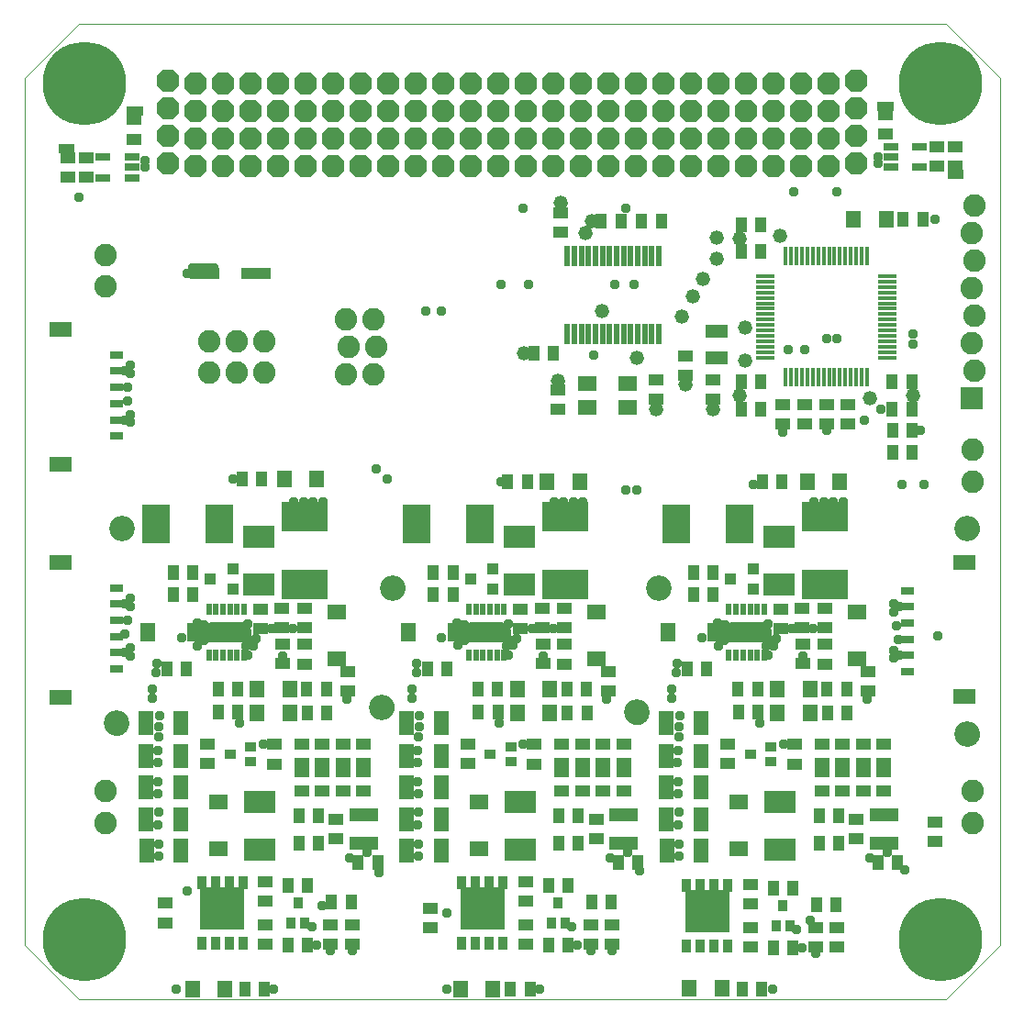
<source format=gts>
G75*
%MOIN*%
%OFA0B0*%
%FSLAX25Y25*%
%IPPOS*%
%LPD*%
%AMOC8*
5,1,8,0,0,1.08239X$1,22.5*
%
%ADD10OC8,0.08200*%
%ADD11C,0.00000*%
%ADD12C,0.30328*%
%ADD13R,0.05524X0.03950*%
%ADD14R,0.03950X0.05524*%
%ADD15R,0.03556X0.04343*%
%ADD16R,0.03202X0.04816*%
%ADD17R,0.16194X0.15800*%
%ADD18R,0.05524X0.08674*%
%ADD19R,0.16548X0.10643*%
%ADD20R,0.04343X0.03950*%
%ADD21R,0.05524X0.06312*%
%ADD22R,0.04343X0.03556*%
%ADD23R,0.11430X0.07887*%
%ADD24R,0.10300X0.14300*%
%ADD25R,0.05800X0.06587*%
%ADD26R,0.06587X0.05800*%
%ADD27R,0.12001X0.07300*%
%ADD28R,0.02454X0.04300*%
%ADD29R,0.02572X0.04737*%
%ADD30R,0.04737X0.03162*%
%ADD31R,0.07887X0.05721*%
%ADD32R,0.01784X0.06902*%
%ADD33R,0.06902X0.01784*%
%ADD34R,0.02375X0.07690*%
%ADD35R,0.07887X0.04737*%
%ADD36C,0.05200*%
%ADD37R,0.07099X0.05721*%
%ADD38R,0.04737X0.01784*%
%ADD39R,0.01784X0.04737*%
%ADD40C,0.09265*%
%ADD41C,0.08200*%
%ADD42R,0.08200X0.08200*%
%ADD43R,0.05524X0.03162*%
%ADD44R,0.11036X0.03950*%
%ADD45C,0.03778*%
%ADD46R,0.03778X0.03778*%
D10*
X0077787Y0321425D03*
X0077787Y0331425D03*
X0077787Y0341425D03*
X0077787Y0351425D03*
X0087787Y0350425D03*
X0087787Y0340425D03*
X0097787Y0340425D03*
X0097787Y0350425D03*
X0107787Y0350425D03*
X0107787Y0340425D03*
X0117787Y0340425D03*
X0117787Y0350425D03*
X0127787Y0350425D03*
X0127787Y0340425D03*
X0137787Y0340425D03*
X0137787Y0350425D03*
X0147787Y0350425D03*
X0147787Y0340425D03*
X0147787Y0330425D03*
X0147787Y0320425D03*
X0137787Y0320425D03*
X0127787Y0320425D03*
X0127787Y0330425D03*
X0137787Y0330425D03*
X0117787Y0330425D03*
X0107787Y0330425D03*
X0107787Y0320425D03*
X0117787Y0320425D03*
X0097787Y0320425D03*
X0087787Y0320425D03*
X0087787Y0330425D03*
X0097787Y0330425D03*
X0157787Y0330425D03*
X0157787Y0320425D03*
X0167787Y0320425D03*
X0167787Y0330425D03*
X0167787Y0340425D03*
X0157787Y0340425D03*
X0157787Y0350425D03*
X0167787Y0350425D03*
X0177787Y0350425D03*
X0177787Y0340425D03*
X0187787Y0340425D03*
X0187787Y0350425D03*
X0197787Y0350425D03*
X0197787Y0340425D03*
X0207787Y0340425D03*
X0207787Y0350425D03*
X0217787Y0350425D03*
X0217787Y0340425D03*
X0227787Y0340425D03*
X0227787Y0350425D03*
X0237787Y0350425D03*
X0237787Y0340425D03*
X0247787Y0340425D03*
X0247787Y0350425D03*
X0257787Y0350425D03*
X0257787Y0340425D03*
X0257787Y0330425D03*
X0257787Y0320425D03*
X0247787Y0320425D03*
X0237787Y0320425D03*
X0237787Y0330425D03*
X0247787Y0330425D03*
X0227787Y0330425D03*
X0217787Y0330425D03*
X0217787Y0320425D03*
X0227787Y0320425D03*
X0207787Y0320425D03*
X0197787Y0320425D03*
X0197787Y0330425D03*
X0207787Y0330425D03*
X0187787Y0330425D03*
X0177787Y0330425D03*
X0177787Y0320425D03*
X0187787Y0320425D03*
X0267787Y0320425D03*
X0267787Y0330425D03*
X0277787Y0330425D03*
X0277787Y0320425D03*
X0287787Y0320425D03*
X0287787Y0330425D03*
X0297787Y0330425D03*
X0297787Y0320425D03*
X0307787Y0320425D03*
X0307787Y0330425D03*
X0317787Y0330425D03*
X0317787Y0320425D03*
X0327787Y0321425D03*
X0327787Y0331425D03*
X0327787Y0341425D03*
X0327787Y0351425D03*
X0317787Y0350425D03*
X0307787Y0350425D03*
X0307787Y0340425D03*
X0317787Y0340425D03*
X0297787Y0340425D03*
X0287787Y0340425D03*
X0287787Y0350425D03*
X0297787Y0350425D03*
X0277787Y0350425D03*
X0267787Y0350425D03*
X0267787Y0340425D03*
X0277787Y0340425D03*
D11*
X0025622Y0352394D02*
X0025622Y0037433D01*
X0045307Y0017748D01*
X0360268Y0017748D01*
X0379953Y0037433D01*
X0379953Y0352394D01*
X0360268Y0372079D01*
X0045307Y0372079D01*
X0025622Y0352394D01*
X0056823Y0189008D02*
X0056825Y0189138D01*
X0056831Y0189267D01*
X0056841Y0189397D01*
X0056855Y0189526D01*
X0056873Y0189654D01*
X0056894Y0189782D01*
X0056920Y0189909D01*
X0056950Y0190035D01*
X0056983Y0190161D01*
X0057020Y0190285D01*
X0057061Y0190408D01*
X0057106Y0190530D01*
X0057155Y0190650D01*
X0057207Y0190769D01*
X0057262Y0190886D01*
X0057322Y0191001D01*
X0057385Y0191115D01*
X0057451Y0191226D01*
X0057521Y0191336D01*
X0057594Y0191443D01*
X0057670Y0191548D01*
X0057749Y0191650D01*
X0057832Y0191750D01*
X0057917Y0191848D01*
X0058006Y0191943D01*
X0058097Y0192035D01*
X0058191Y0192124D01*
X0058288Y0192210D01*
X0058388Y0192293D01*
X0058489Y0192374D01*
X0058594Y0192451D01*
X0058700Y0192525D01*
X0058809Y0192595D01*
X0058920Y0192662D01*
X0059033Y0192726D01*
X0059148Y0192786D01*
X0059265Y0192843D01*
X0059383Y0192896D01*
X0059503Y0192945D01*
X0059625Y0192991D01*
X0059747Y0193033D01*
X0059871Y0193071D01*
X0059996Y0193105D01*
X0060122Y0193136D01*
X0060249Y0193163D01*
X0060377Y0193185D01*
X0060505Y0193204D01*
X0060634Y0193219D01*
X0060763Y0193230D01*
X0060893Y0193237D01*
X0061023Y0193240D01*
X0061152Y0193239D01*
X0061282Y0193234D01*
X0061411Y0193225D01*
X0061540Y0193212D01*
X0061669Y0193195D01*
X0061797Y0193174D01*
X0061924Y0193150D01*
X0062051Y0193121D01*
X0062176Y0193089D01*
X0062301Y0193052D01*
X0062424Y0193012D01*
X0062546Y0192969D01*
X0062667Y0192921D01*
X0062786Y0192870D01*
X0062904Y0192815D01*
X0063019Y0192756D01*
X0063133Y0192694D01*
X0063245Y0192629D01*
X0063355Y0192560D01*
X0063463Y0192488D01*
X0063569Y0192413D01*
X0063672Y0192334D01*
X0063773Y0192252D01*
X0063871Y0192167D01*
X0063966Y0192080D01*
X0064059Y0191989D01*
X0064149Y0191896D01*
X0064236Y0191799D01*
X0064320Y0191701D01*
X0064401Y0191599D01*
X0064479Y0191496D01*
X0064553Y0191389D01*
X0064625Y0191281D01*
X0064693Y0191171D01*
X0064757Y0191058D01*
X0064818Y0190944D01*
X0064876Y0190827D01*
X0064930Y0190710D01*
X0064980Y0190590D01*
X0065027Y0190469D01*
X0065070Y0190347D01*
X0065109Y0190223D01*
X0065144Y0190098D01*
X0065176Y0189972D01*
X0065203Y0189846D01*
X0065227Y0189718D01*
X0065247Y0189590D01*
X0065263Y0189461D01*
X0065275Y0189332D01*
X0065283Y0189202D01*
X0065287Y0189073D01*
X0065287Y0188943D01*
X0065283Y0188814D01*
X0065275Y0188684D01*
X0065263Y0188555D01*
X0065247Y0188426D01*
X0065227Y0188298D01*
X0065203Y0188170D01*
X0065176Y0188044D01*
X0065144Y0187918D01*
X0065109Y0187793D01*
X0065070Y0187669D01*
X0065027Y0187547D01*
X0064980Y0187426D01*
X0064930Y0187306D01*
X0064876Y0187189D01*
X0064818Y0187072D01*
X0064757Y0186958D01*
X0064693Y0186845D01*
X0064625Y0186735D01*
X0064553Y0186627D01*
X0064479Y0186520D01*
X0064401Y0186417D01*
X0064320Y0186315D01*
X0064236Y0186217D01*
X0064149Y0186120D01*
X0064059Y0186027D01*
X0063966Y0185936D01*
X0063871Y0185849D01*
X0063773Y0185764D01*
X0063672Y0185682D01*
X0063569Y0185603D01*
X0063463Y0185528D01*
X0063355Y0185456D01*
X0063245Y0185387D01*
X0063133Y0185322D01*
X0063019Y0185260D01*
X0062904Y0185201D01*
X0062786Y0185146D01*
X0062667Y0185095D01*
X0062546Y0185047D01*
X0062424Y0185004D01*
X0062301Y0184964D01*
X0062176Y0184927D01*
X0062051Y0184895D01*
X0061924Y0184866D01*
X0061797Y0184842D01*
X0061669Y0184821D01*
X0061540Y0184804D01*
X0061411Y0184791D01*
X0061282Y0184782D01*
X0061152Y0184777D01*
X0061023Y0184776D01*
X0060893Y0184779D01*
X0060763Y0184786D01*
X0060634Y0184797D01*
X0060505Y0184812D01*
X0060377Y0184831D01*
X0060249Y0184853D01*
X0060122Y0184880D01*
X0059996Y0184911D01*
X0059871Y0184945D01*
X0059747Y0184983D01*
X0059625Y0185025D01*
X0059503Y0185071D01*
X0059383Y0185120D01*
X0059265Y0185173D01*
X0059148Y0185230D01*
X0059033Y0185290D01*
X0058920Y0185354D01*
X0058809Y0185421D01*
X0058700Y0185491D01*
X0058594Y0185565D01*
X0058489Y0185642D01*
X0058388Y0185723D01*
X0058288Y0185806D01*
X0058191Y0185892D01*
X0058097Y0185981D01*
X0058006Y0186073D01*
X0057917Y0186168D01*
X0057832Y0186266D01*
X0057749Y0186366D01*
X0057670Y0186468D01*
X0057594Y0186573D01*
X0057521Y0186680D01*
X0057451Y0186790D01*
X0057385Y0186901D01*
X0057322Y0187015D01*
X0057262Y0187130D01*
X0057207Y0187247D01*
X0057155Y0187366D01*
X0057106Y0187486D01*
X0057061Y0187608D01*
X0057020Y0187731D01*
X0056983Y0187855D01*
X0056950Y0187981D01*
X0056920Y0188107D01*
X0056894Y0188234D01*
X0056873Y0188362D01*
X0056855Y0188490D01*
X0056841Y0188619D01*
X0056831Y0188749D01*
X0056825Y0188878D01*
X0056823Y0189008D01*
X0054855Y0118142D02*
X0054857Y0118272D01*
X0054863Y0118401D01*
X0054873Y0118531D01*
X0054887Y0118660D01*
X0054905Y0118788D01*
X0054926Y0118916D01*
X0054952Y0119043D01*
X0054982Y0119169D01*
X0055015Y0119295D01*
X0055052Y0119419D01*
X0055093Y0119542D01*
X0055138Y0119664D01*
X0055187Y0119784D01*
X0055239Y0119903D01*
X0055294Y0120020D01*
X0055354Y0120135D01*
X0055417Y0120249D01*
X0055483Y0120360D01*
X0055553Y0120470D01*
X0055626Y0120577D01*
X0055702Y0120682D01*
X0055781Y0120784D01*
X0055864Y0120884D01*
X0055949Y0120982D01*
X0056038Y0121077D01*
X0056129Y0121169D01*
X0056223Y0121258D01*
X0056320Y0121344D01*
X0056420Y0121427D01*
X0056521Y0121508D01*
X0056626Y0121585D01*
X0056732Y0121659D01*
X0056841Y0121729D01*
X0056952Y0121796D01*
X0057065Y0121860D01*
X0057180Y0121920D01*
X0057297Y0121977D01*
X0057415Y0122030D01*
X0057535Y0122079D01*
X0057657Y0122125D01*
X0057779Y0122167D01*
X0057903Y0122205D01*
X0058028Y0122239D01*
X0058154Y0122270D01*
X0058281Y0122297D01*
X0058409Y0122319D01*
X0058537Y0122338D01*
X0058666Y0122353D01*
X0058795Y0122364D01*
X0058925Y0122371D01*
X0059055Y0122374D01*
X0059184Y0122373D01*
X0059314Y0122368D01*
X0059443Y0122359D01*
X0059572Y0122346D01*
X0059701Y0122329D01*
X0059829Y0122308D01*
X0059956Y0122284D01*
X0060083Y0122255D01*
X0060208Y0122223D01*
X0060333Y0122186D01*
X0060456Y0122146D01*
X0060578Y0122103D01*
X0060699Y0122055D01*
X0060818Y0122004D01*
X0060936Y0121949D01*
X0061051Y0121890D01*
X0061165Y0121828D01*
X0061277Y0121763D01*
X0061387Y0121694D01*
X0061495Y0121622D01*
X0061601Y0121547D01*
X0061704Y0121468D01*
X0061805Y0121386D01*
X0061903Y0121301D01*
X0061998Y0121214D01*
X0062091Y0121123D01*
X0062181Y0121030D01*
X0062268Y0120933D01*
X0062352Y0120835D01*
X0062433Y0120733D01*
X0062511Y0120630D01*
X0062585Y0120523D01*
X0062657Y0120415D01*
X0062725Y0120305D01*
X0062789Y0120192D01*
X0062850Y0120078D01*
X0062908Y0119961D01*
X0062962Y0119844D01*
X0063012Y0119724D01*
X0063059Y0119603D01*
X0063102Y0119481D01*
X0063141Y0119357D01*
X0063176Y0119232D01*
X0063208Y0119106D01*
X0063235Y0118980D01*
X0063259Y0118852D01*
X0063279Y0118724D01*
X0063295Y0118595D01*
X0063307Y0118466D01*
X0063315Y0118336D01*
X0063319Y0118207D01*
X0063319Y0118077D01*
X0063315Y0117948D01*
X0063307Y0117818D01*
X0063295Y0117689D01*
X0063279Y0117560D01*
X0063259Y0117432D01*
X0063235Y0117304D01*
X0063208Y0117178D01*
X0063176Y0117052D01*
X0063141Y0116927D01*
X0063102Y0116803D01*
X0063059Y0116681D01*
X0063012Y0116560D01*
X0062962Y0116440D01*
X0062908Y0116323D01*
X0062850Y0116206D01*
X0062789Y0116092D01*
X0062725Y0115979D01*
X0062657Y0115869D01*
X0062585Y0115761D01*
X0062511Y0115654D01*
X0062433Y0115551D01*
X0062352Y0115449D01*
X0062268Y0115351D01*
X0062181Y0115254D01*
X0062091Y0115161D01*
X0061998Y0115070D01*
X0061903Y0114983D01*
X0061805Y0114898D01*
X0061704Y0114816D01*
X0061601Y0114737D01*
X0061495Y0114662D01*
X0061387Y0114590D01*
X0061277Y0114521D01*
X0061165Y0114456D01*
X0061051Y0114394D01*
X0060936Y0114335D01*
X0060818Y0114280D01*
X0060699Y0114229D01*
X0060578Y0114181D01*
X0060456Y0114138D01*
X0060333Y0114098D01*
X0060208Y0114061D01*
X0060083Y0114029D01*
X0059956Y0114000D01*
X0059829Y0113976D01*
X0059701Y0113955D01*
X0059572Y0113938D01*
X0059443Y0113925D01*
X0059314Y0113916D01*
X0059184Y0113911D01*
X0059055Y0113910D01*
X0058925Y0113913D01*
X0058795Y0113920D01*
X0058666Y0113931D01*
X0058537Y0113946D01*
X0058409Y0113965D01*
X0058281Y0113987D01*
X0058154Y0114014D01*
X0058028Y0114045D01*
X0057903Y0114079D01*
X0057779Y0114117D01*
X0057657Y0114159D01*
X0057535Y0114205D01*
X0057415Y0114254D01*
X0057297Y0114307D01*
X0057180Y0114364D01*
X0057065Y0114424D01*
X0056952Y0114488D01*
X0056841Y0114555D01*
X0056732Y0114625D01*
X0056626Y0114699D01*
X0056521Y0114776D01*
X0056420Y0114857D01*
X0056320Y0114940D01*
X0056223Y0115026D01*
X0056129Y0115115D01*
X0056038Y0115207D01*
X0055949Y0115302D01*
X0055864Y0115400D01*
X0055781Y0115500D01*
X0055702Y0115602D01*
X0055626Y0115707D01*
X0055553Y0115814D01*
X0055483Y0115924D01*
X0055417Y0116035D01*
X0055354Y0116149D01*
X0055294Y0116264D01*
X0055239Y0116381D01*
X0055187Y0116500D01*
X0055138Y0116620D01*
X0055093Y0116742D01*
X0055052Y0116865D01*
X0055015Y0116989D01*
X0054982Y0117115D01*
X0054952Y0117241D01*
X0054926Y0117368D01*
X0054905Y0117496D01*
X0054887Y0117624D01*
X0054873Y0117753D01*
X0054863Y0117883D01*
X0054857Y0118012D01*
X0054855Y0118142D01*
X0151311Y0124047D02*
X0151313Y0124177D01*
X0151319Y0124306D01*
X0151329Y0124436D01*
X0151343Y0124565D01*
X0151361Y0124693D01*
X0151382Y0124821D01*
X0151408Y0124948D01*
X0151438Y0125074D01*
X0151471Y0125200D01*
X0151508Y0125324D01*
X0151549Y0125447D01*
X0151594Y0125569D01*
X0151643Y0125689D01*
X0151695Y0125808D01*
X0151750Y0125925D01*
X0151810Y0126040D01*
X0151873Y0126154D01*
X0151939Y0126265D01*
X0152009Y0126375D01*
X0152082Y0126482D01*
X0152158Y0126587D01*
X0152237Y0126689D01*
X0152320Y0126789D01*
X0152405Y0126887D01*
X0152494Y0126982D01*
X0152585Y0127074D01*
X0152679Y0127163D01*
X0152776Y0127249D01*
X0152876Y0127332D01*
X0152977Y0127413D01*
X0153082Y0127490D01*
X0153188Y0127564D01*
X0153297Y0127634D01*
X0153408Y0127701D01*
X0153521Y0127765D01*
X0153636Y0127825D01*
X0153753Y0127882D01*
X0153871Y0127935D01*
X0153991Y0127984D01*
X0154113Y0128030D01*
X0154235Y0128072D01*
X0154359Y0128110D01*
X0154484Y0128144D01*
X0154610Y0128175D01*
X0154737Y0128202D01*
X0154865Y0128224D01*
X0154993Y0128243D01*
X0155122Y0128258D01*
X0155251Y0128269D01*
X0155381Y0128276D01*
X0155511Y0128279D01*
X0155640Y0128278D01*
X0155770Y0128273D01*
X0155899Y0128264D01*
X0156028Y0128251D01*
X0156157Y0128234D01*
X0156285Y0128213D01*
X0156412Y0128189D01*
X0156539Y0128160D01*
X0156664Y0128128D01*
X0156789Y0128091D01*
X0156912Y0128051D01*
X0157034Y0128008D01*
X0157155Y0127960D01*
X0157274Y0127909D01*
X0157392Y0127854D01*
X0157507Y0127795D01*
X0157621Y0127733D01*
X0157733Y0127668D01*
X0157843Y0127599D01*
X0157951Y0127527D01*
X0158057Y0127452D01*
X0158160Y0127373D01*
X0158261Y0127291D01*
X0158359Y0127206D01*
X0158454Y0127119D01*
X0158547Y0127028D01*
X0158637Y0126935D01*
X0158724Y0126838D01*
X0158808Y0126740D01*
X0158889Y0126638D01*
X0158967Y0126535D01*
X0159041Y0126428D01*
X0159113Y0126320D01*
X0159181Y0126210D01*
X0159245Y0126097D01*
X0159306Y0125983D01*
X0159364Y0125866D01*
X0159418Y0125749D01*
X0159468Y0125629D01*
X0159515Y0125508D01*
X0159558Y0125386D01*
X0159597Y0125262D01*
X0159632Y0125137D01*
X0159664Y0125011D01*
X0159691Y0124885D01*
X0159715Y0124757D01*
X0159735Y0124629D01*
X0159751Y0124500D01*
X0159763Y0124371D01*
X0159771Y0124241D01*
X0159775Y0124112D01*
X0159775Y0123982D01*
X0159771Y0123853D01*
X0159763Y0123723D01*
X0159751Y0123594D01*
X0159735Y0123465D01*
X0159715Y0123337D01*
X0159691Y0123209D01*
X0159664Y0123083D01*
X0159632Y0122957D01*
X0159597Y0122832D01*
X0159558Y0122708D01*
X0159515Y0122586D01*
X0159468Y0122465D01*
X0159418Y0122345D01*
X0159364Y0122228D01*
X0159306Y0122111D01*
X0159245Y0121997D01*
X0159181Y0121884D01*
X0159113Y0121774D01*
X0159041Y0121666D01*
X0158967Y0121559D01*
X0158889Y0121456D01*
X0158808Y0121354D01*
X0158724Y0121256D01*
X0158637Y0121159D01*
X0158547Y0121066D01*
X0158454Y0120975D01*
X0158359Y0120888D01*
X0158261Y0120803D01*
X0158160Y0120721D01*
X0158057Y0120642D01*
X0157951Y0120567D01*
X0157843Y0120495D01*
X0157733Y0120426D01*
X0157621Y0120361D01*
X0157507Y0120299D01*
X0157392Y0120240D01*
X0157274Y0120185D01*
X0157155Y0120134D01*
X0157034Y0120086D01*
X0156912Y0120043D01*
X0156789Y0120003D01*
X0156664Y0119966D01*
X0156539Y0119934D01*
X0156412Y0119905D01*
X0156285Y0119881D01*
X0156157Y0119860D01*
X0156028Y0119843D01*
X0155899Y0119830D01*
X0155770Y0119821D01*
X0155640Y0119816D01*
X0155511Y0119815D01*
X0155381Y0119818D01*
X0155251Y0119825D01*
X0155122Y0119836D01*
X0154993Y0119851D01*
X0154865Y0119870D01*
X0154737Y0119892D01*
X0154610Y0119919D01*
X0154484Y0119950D01*
X0154359Y0119984D01*
X0154235Y0120022D01*
X0154113Y0120064D01*
X0153991Y0120110D01*
X0153871Y0120159D01*
X0153753Y0120212D01*
X0153636Y0120269D01*
X0153521Y0120329D01*
X0153408Y0120393D01*
X0153297Y0120460D01*
X0153188Y0120530D01*
X0153082Y0120604D01*
X0152977Y0120681D01*
X0152876Y0120762D01*
X0152776Y0120845D01*
X0152679Y0120931D01*
X0152585Y0121020D01*
X0152494Y0121112D01*
X0152405Y0121207D01*
X0152320Y0121305D01*
X0152237Y0121405D01*
X0152158Y0121507D01*
X0152082Y0121612D01*
X0152009Y0121719D01*
X0151939Y0121829D01*
X0151873Y0121940D01*
X0151810Y0122054D01*
X0151750Y0122169D01*
X0151695Y0122286D01*
X0151643Y0122405D01*
X0151594Y0122525D01*
X0151549Y0122647D01*
X0151508Y0122770D01*
X0151471Y0122894D01*
X0151438Y0123020D01*
X0151408Y0123146D01*
X0151382Y0123273D01*
X0151361Y0123401D01*
X0151343Y0123529D01*
X0151329Y0123658D01*
X0151319Y0123788D01*
X0151313Y0123917D01*
X0151311Y0124047D01*
X0155248Y0167354D02*
X0155250Y0167484D01*
X0155256Y0167613D01*
X0155266Y0167743D01*
X0155280Y0167872D01*
X0155298Y0168000D01*
X0155319Y0168128D01*
X0155345Y0168255D01*
X0155375Y0168381D01*
X0155408Y0168507D01*
X0155445Y0168631D01*
X0155486Y0168754D01*
X0155531Y0168876D01*
X0155580Y0168996D01*
X0155632Y0169115D01*
X0155687Y0169232D01*
X0155747Y0169347D01*
X0155810Y0169461D01*
X0155876Y0169572D01*
X0155946Y0169682D01*
X0156019Y0169789D01*
X0156095Y0169894D01*
X0156174Y0169996D01*
X0156257Y0170096D01*
X0156342Y0170194D01*
X0156431Y0170289D01*
X0156522Y0170381D01*
X0156616Y0170470D01*
X0156713Y0170556D01*
X0156813Y0170639D01*
X0156914Y0170720D01*
X0157019Y0170797D01*
X0157125Y0170871D01*
X0157234Y0170941D01*
X0157345Y0171008D01*
X0157458Y0171072D01*
X0157573Y0171132D01*
X0157690Y0171189D01*
X0157808Y0171242D01*
X0157928Y0171291D01*
X0158050Y0171337D01*
X0158172Y0171379D01*
X0158296Y0171417D01*
X0158421Y0171451D01*
X0158547Y0171482D01*
X0158674Y0171509D01*
X0158802Y0171531D01*
X0158930Y0171550D01*
X0159059Y0171565D01*
X0159188Y0171576D01*
X0159318Y0171583D01*
X0159448Y0171586D01*
X0159577Y0171585D01*
X0159707Y0171580D01*
X0159836Y0171571D01*
X0159965Y0171558D01*
X0160094Y0171541D01*
X0160222Y0171520D01*
X0160349Y0171496D01*
X0160476Y0171467D01*
X0160601Y0171435D01*
X0160726Y0171398D01*
X0160849Y0171358D01*
X0160971Y0171315D01*
X0161092Y0171267D01*
X0161211Y0171216D01*
X0161329Y0171161D01*
X0161444Y0171102D01*
X0161558Y0171040D01*
X0161670Y0170975D01*
X0161780Y0170906D01*
X0161888Y0170834D01*
X0161994Y0170759D01*
X0162097Y0170680D01*
X0162198Y0170598D01*
X0162296Y0170513D01*
X0162391Y0170426D01*
X0162484Y0170335D01*
X0162574Y0170242D01*
X0162661Y0170145D01*
X0162745Y0170047D01*
X0162826Y0169945D01*
X0162904Y0169842D01*
X0162978Y0169735D01*
X0163050Y0169627D01*
X0163118Y0169517D01*
X0163182Y0169404D01*
X0163243Y0169290D01*
X0163301Y0169173D01*
X0163355Y0169056D01*
X0163405Y0168936D01*
X0163452Y0168815D01*
X0163495Y0168693D01*
X0163534Y0168569D01*
X0163569Y0168444D01*
X0163601Y0168318D01*
X0163628Y0168192D01*
X0163652Y0168064D01*
X0163672Y0167936D01*
X0163688Y0167807D01*
X0163700Y0167678D01*
X0163708Y0167548D01*
X0163712Y0167419D01*
X0163712Y0167289D01*
X0163708Y0167160D01*
X0163700Y0167030D01*
X0163688Y0166901D01*
X0163672Y0166772D01*
X0163652Y0166644D01*
X0163628Y0166516D01*
X0163601Y0166390D01*
X0163569Y0166264D01*
X0163534Y0166139D01*
X0163495Y0166015D01*
X0163452Y0165893D01*
X0163405Y0165772D01*
X0163355Y0165652D01*
X0163301Y0165535D01*
X0163243Y0165418D01*
X0163182Y0165304D01*
X0163118Y0165191D01*
X0163050Y0165081D01*
X0162978Y0164973D01*
X0162904Y0164866D01*
X0162826Y0164763D01*
X0162745Y0164661D01*
X0162661Y0164563D01*
X0162574Y0164466D01*
X0162484Y0164373D01*
X0162391Y0164282D01*
X0162296Y0164195D01*
X0162198Y0164110D01*
X0162097Y0164028D01*
X0161994Y0163949D01*
X0161888Y0163874D01*
X0161780Y0163802D01*
X0161670Y0163733D01*
X0161558Y0163668D01*
X0161444Y0163606D01*
X0161329Y0163547D01*
X0161211Y0163492D01*
X0161092Y0163441D01*
X0160971Y0163393D01*
X0160849Y0163350D01*
X0160726Y0163310D01*
X0160601Y0163273D01*
X0160476Y0163241D01*
X0160349Y0163212D01*
X0160222Y0163188D01*
X0160094Y0163167D01*
X0159965Y0163150D01*
X0159836Y0163137D01*
X0159707Y0163128D01*
X0159577Y0163123D01*
X0159448Y0163122D01*
X0159318Y0163125D01*
X0159188Y0163132D01*
X0159059Y0163143D01*
X0158930Y0163158D01*
X0158802Y0163177D01*
X0158674Y0163199D01*
X0158547Y0163226D01*
X0158421Y0163257D01*
X0158296Y0163291D01*
X0158172Y0163329D01*
X0158050Y0163371D01*
X0157928Y0163417D01*
X0157808Y0163466D01*
X0157690Y0163519D01*
X0157573Y0163576D01*
X0157458Y0163636D01*
X0157345Y0163700D01*
X0157234Y0163767D01*
X0157125Y0163837D01*
X0157019Y0163911D01*
X0156914Y0163988D01*
X0156813Y0164069D01*
X0156713Y0164152D01*
X0156616Y0164238D01*
X0156522Y0164327D01*
X0156431Y0164419D01*
X0156342Y0164514D01*
X0156257Y0164612D01*
X0156174Y0164712D01*
X0156095Y0164814D01*
X0156019Y0164919D01*
X0155946Y0165026D01*
X0155876Y0165136D01*
X0155810Y0165247D01*
X0155747Y0165361D01*
X0155687Y0165476D01*
X0155632Y0165593D01*
X0155580Y0165712D01*
X0155531Y0165832D01*
X0155486Y0165954D01*
X0155445Y0166077D01*
X0155408Y0166201D01*
X0155375Y0166327D01*
X0155345Y0166453D01*
X0155319Y0166580D01*
X0155298Y0166708D01*
X0155280Y0166836D01*
X0155266Y0166965D01*
X0155256Y0167095D01*
X0155250Y0167224D01*
X0155248Y0167354D01*
X0243831Y0122079D02*
X0243833Y0122209D01*
X0243839Y0122338D01*
X0243849Y0122468D01*
X0243863Y0122597D01*
X0243881Y0122725D01*
X0243902Y0122853D01*
X0243928Y0122980D01*
X0243958Y0123106D01*
X0243991Y0123232D01*
X0244028Y0123356D01*
X0244069Y0123479D01*
X0244114Y0123601D01*
X0244163Y0123721D01*
X0244215Y0123840D01*
X0244270Y0123957D01*
X0244330Y0124072D01*
X0244393Y0124186D01*
X0244459Y0124297D01*
X0244529Y0124407D01*
X0244602Y0124514D01*
X0244678Y0124619D01*
X0244757Y0124721D01*
X0244840Y0124821D01*
X0244925Y0124919D01*
X0245014Y0125014D01*
X0245105Y0125106D01*
X0245199Y0125195D01*
X0245296Y0125281D01*
X0245396Y0125364D01*
X0245497Y0125445D01*
X0245602Y0125522D01*
X0245708Y0125596D01*
X0245817Y0125666D01*
X0245928Y0125733D01*
X0246041Y0125797D01*
X0246156Y0125857D01*
X0246273Y0125914D01*
X0246391Y0125967D01*
X0246511Y0126016D01*
X0246633Y0126062D01*
X0246755Y0126104D01*
X0246879Y0126142D01*
X0247004Y0126176D01*
X0247130Y0126207D01*
X0247257Y0126234D01*
X0247385Y0126256D01*
X0247513Y0126275D01*
X0247642Y0126290D01*
X0247771Y0126301D01*
X0247901Y0126308D01*
X0248031Y0126311D01*
X0248160Y0126310D01*
X0248290Y0126305D01*
X0248419Y0126296D01*
X0248548Y0126283D01*
X0248677Y0126266D01*
X0248805Y0126245D01*
X0248932Y0126221D01*
X0249059Y0126192D01*
X0249184Y0126160D01*
X0249309Y0126123D01*
X0249432Y0126083D01*
X0249554Y0126040D01*
X0249675Y0125992D01*
X0249794Y0125941D01*
X0249912Y0125886D01*
X0250027Y0125827D01*
X0250141Y0125765D01*
X0250253Y0125700D01*
X0250363Y0125631D01*
X0250471Y0125559D01*
X0250577Y0125484D01*
X0250680Y0125405D01*
X0250781Y0125323D01*
X0250879Y0125238D01*
X0250974Y0125151D01*
X0251067Y0125060D01*
X0251157Y0124967D01*
X0251244Y0124870D01*
X0251328Y0124772D01*
X0251409Y0124670D01*
X0251487Y0124567D01*
X0251561Y0124460D01*
X0251633Y0124352D01*
X0251701Y0124242D01*
X0251765Y0124129D01*
X0251826Y0124015D01*
X0251884Y0123898D01*
X0251938Y0123781D01*
X0251988Y0123661D01*
X0252035Y0123540D01*
X0252078Y0123418D01*
X0252117Y0123294D01*
X0252152Y0123169D01*
X0252184Y0123043D01*
X0252211Y0122917D01*
X0252235Y0122789D01*
X0252255Y0122661D01*
X0252271Y0122532D01*
X0252283Y0122403D01*
X0252291Y0122273D01*
X0252295Y0122144D01*
X0252295Y0122014D01*
X0252291Y0121885D01*
X0252283Y0121755D01*
X0252271Y0121626D01*
X0252255Y0121497D01*
X0252235Y0121369D01*
X0252211Y0121241D01*
X0252184Y0121115D01*
X0252152Y0120989D01*
X0252117Y0120864D01*
X0252078Y0120740D01*
X0252035Y0120618D01*
X0251988Y0120497D01*
X0251938Y0120377D01*
X0251884Y0120260D01*
X0251826Y0120143D01*
X0251765Y0120029D01*
X0251701Y0119916D01*
X0251633Y0119806D01*
X0251561Y0119698D01*
X0251487Y0119591D01*
X0251409Y0119488D01*
X0251328Y0119386D01*
X0251244Y0119288D01*
X0251157Y0119191D01*
X0251067Y0119098D01*
X0250974Y0119007D01*
X0250879Y0118920D01*
X0250781Y0118835D01*
X0250680Y0118753D01*
X0250577Y0118674D01*
X0250471Y0118599D01*
X0250363Y0118527D01*
X0250253Y0118458D01*
X0250141Y0118393D01*
X0250027Y0118331D01*
X0249912Y0118272D01*
X0249794Y0118217D01*
X0249675Y0118166D01*
X0249554Y0118118D01*
X0249432Y0118075D01*
X0249309Y0118035D01*
X0249184Y0117998D01*
X0249059Y0117966D01*
X0248932Y0117937D01*
X0248805Y0117913D01*
X0248677Y0117892D01*
X0248548Y0117875D01*
X0248419Y0117862D01*
X0248290Y0117853D01*
X0248160Y0117848D01*
X0248031Y0117847D01*
X0247901Y0117850D01*
X0247771Y0117857D01*
X0247642Y0117868D01*
X0247513Y0117883D01*
X0247385Y0117902D01*
X0247257Y0117924D01*
X0247130Y0117951D01*
X0247004Y0117982D01*
X0246879Y0118016D01*
X0246755Y0118054D01*
X0246633Y0118096D01*
X0246511Y0118142D01*
X0246391Y0118191D01*
X0246273Y0118244D01*
X0246156Y0118301D01*
X0246041Y0118361D01*
X0245928Y0118425D01*
X0245817Y0118492D01*
X0245708Y0118562D01*
X0245602Y0118636D01*
X0245497Y0118713D01*
X0245396Y0118794D01*
X0245296Y0118877D01*
X0245199Y0118963D01*
X0245105Y0119052D01*
X0245014Y0119144D01*
X0244925Y0119239D01*
X0244840Y0119337D01*
X0244757Y0119437D01*
X0244678Y0119539D01*
X0244602Y0119644D01*
X0244529Y0119751D01*
X0244459Y0119861D01*
X0244393Y0119972D01*
X0244330Y0120086D01*
X0244270Y0120201D01*
X0244215Y0120318D01*
X0244163Y0120437D01*
X0244114Y0120557D01*
X0244069Y0120679D01*
X0244028Y0120802D01*
X0243991Y0120926D01*
X0243958Y0121052D01*
X0243928Y0121178D01*
X0243902Y0121305D01*
X0243881Y0121433D01*
X0243863Y0121561D01*
X0243849Y0121690D01*
X0243839Y0121820D01*
X0243833Y0121949D01*
X0243831Y0122079D01*
X0251705Y0167354D02*
X0251707Y0167484D01*
X0251713Y0167613D01*
X0251723Y0167743D01*
X0251737Y0167872D01*
X0251755Y0168000D01*
X0251776Y0168128D01*
X0251802Y0168255D01*
X0251832Y0168381D01*
X0251865Y0168507D01*
X0251902Y0168631D01*
X0251943Y0168754D01*
X0251988Y0168876D01*
X0252037Y0168996D01*
X0252089Y0169115D01*
X0252144Y0169232D01*
X0252204Y0169347D01*
X0252267Y0169461D01*
X0252333Y0169572D01*
X0252403Y0169682D01*
X0252476Y0169789D01*
X0252552Y0169894D01*
X0252631Y0169996D01*
X0252714Y0170096D01*
X0252799Y0170194D01*
X0252888Y0170289D01*
X0252979Y0170381D01*
X0253073Y0170470D01*
X0253170Y0170556D01*
X0253270Y0170639D01*
X0253371Y0170720D01*
X0253476Y0170797D01*
X0253582Y0170871D01*
X0253691Y0170941D01*
X0253802Y0171008D01*
X0253915Y0171072D01*
X0254030Y0171132D01*
X0254147Y0171189D01*
X0254265Y0171242D01*
X0254385Y0171291D01*
X0254507Y0171337D01*
X0254629Y0171379D01*
X0254753Y0171417D01*
X0254878Y0171451D01*
X0255004Y0171482D01*
X0255131Y0171509D01*
X0255259Y0171531D01*
X0255387Y0171550D01*
X0255516Y0171565D01*
X0255645Y0171576D01*
X0255775Y0171583D01*
X0255905Y0171586D01*
X0256034Y0171585D01*
X0256164Y0171580D01*
X0256293Y0171571D01*
X0256422Y0171558D01*
X0256551Y0171541D01*
X0256679Y0171520D01*
X0256806Y0171496D01*
X0256933Y0171467D01*
X0257058Y0171435D01*
X0257183Y0171398D01*
X0257306Y0171358D01*
X0257428Y0171315D01*
X0257549Y0171267D01*
X0257668Y0171216D01*
X0257786Y0171161D01*
X0257901Y0171102D01*
X0258015Y0171040D01*
X0258127Y0170975D01*
X0258237Y0170906D01*
X0258345Y0170834D01*
X0258451Y0170759D01*
X0258554Y0170680D01*
X0258655Y0170598D01*
X0258753Y0170513D01*
X0258848Y0170426D01*
X0258941Y0170335D01*
X0259031Y0170242D01*
X0259118Y0170145D01*
X0259202Y0170047D01*
X0259283Y0169945D01*
X0259361Y0169842D01*
X0259435Y0169735D01*
X0259507Y0169627D01*
X0259575Y0169517D01*
X0259639Y0169404D01*
X0259700Y0169290D01*
X0259758Y0169173D01*
X0259812Y0169056D01*
X0259862Y0168936D01*
X0259909Y0168815D01*
X0259952Y0168693D01*
X0259991Y0168569D01*
X0260026Y0168444D01*
X0260058Y0168318D01*
X0260085Y0168192D01*
X0260109Y0168064D01*
X0260129Y0167936D01*
X0260145Y0167807D01*
X0260157Y0167678D01*
X0260165Y0167548D01*
X0260169Y0167419D01*
X0260169Y0167289D01*
X0260165Y0167160D01*
X0260157Y0167030D01*
X0260145Y0166901D01*
X0260129Y0166772D01*
X0260109Y0166644D01*
X0260085Y0166516D01*
X0260058Y0166390D01*
X0260026Y0166264D01*
X0259991Y0166139D01*
X0259952Y0166015D01*
X0259909Y0165893D01*
X0259862Y0165772D01*
X0259812Y0165652D01*
X0259758Y0165535D01*
X0259700Y0165418D01*
X0259639Y0165304D01*
X0259575Y0165191D01*
X0259507Y0165081D01*
X0259435Y0164973D01*
X0259361Y0164866D01*
X0259283Y0164763D01*
X0259202Y0164661D01*
X0259118Y0164563D01*
X0259031Y0164466D01*
X0258941Y0164373D01*
X0258848Y0164282D01*
X0258753Y0164195D01*
X0258655Y0164110D01*
X0258554Y0164028D01*
X0258451Y0163949D01*
X0258345Y0163874D01*
X0258237Y0163802D01*
X0258127Y0163733D01*
X0258015Y0163668D01*
X0257901Y0163606D01*
X0257786Y0163547D01*
X0257668Y0163492D01*
X0257549Y0163441D01*
X0257428Y0163393D01*
X0257306Y0163350D01*
X0257183Y0163310D01*
X0257058Y0163273D01*
X0256933Y0163241D01*
X0256806Y0163212D01*
X0256679Y0163188D01*
X0256551Y0163167D01*
X0256422Y0163150D01*
X0256293Y0163137D01*
X0256164Y0163128D01*
X0256034Y0163123D01*
X0255905Y0163122D01*
X0255775Y0163125D01*
X0255645Y0163132D01*
X0255516Y0163143D01*
X0255387Y0163158D01*
X0255259Y0163177D01*
X0255131Y0163199D01*
X0255004Y0163226D01*
X0254878Y0163257D01*
X0254753Y0163291D01*
X0254629Y0163329D01*
X0254507Y0163371D01*
X0254385Y0163417D01*
X0254265Y0163466D01*
X0254147Y0163519D01*
X0254030Y0163576D01*
X0253915Y0163636D01*
X0253802Y0163700D01*
X0253691Y0163767D01*
X0253582Y0163837D01*
X0253476Y0163911D01*
X0253371Y0163988D01*
X0253270Y0164069D01*
X0253170Y0164152D01*
X0253073Y0164238D01*
X0252979Y0164327D01*
X0252888Y0164419D01*
X0252799Y0164514D01*
X0252714Y0164612D01*
X0252631Y0164712D01*
X0252552Y0164814D01*
X0252476Y0164919D01*
X0252403Y0165026D01*
X0252333Y0165136D01*
X0252267Y0165247D01*
X0252204Y0165361D01*
X0252144Y0165476D01*
X0252089Y0165593D01*
X0252037Y0165712D01*
X0251988Y0165832D01*
X0251943Y0165954D01*
X0251902Y0166077D01*
X0251865Y0166201D01*
X0251832Y0166327D01*
X0251802Y0166453D01*
X0251776Y0166580D01*
X0251755Y0166708D01*
X0251737Y0166836D01*
X0251723Y0166965D01*
X0251713Y0167095D01*
X0251707Y0167224D01*
X0251705Y0167354D01*
X0363910Y0189008D02*
X0363912Y0189138D01*
X0363918Y0189267D01*
X0363928Y0189397D01*
X0363942Y0189526D01*
X0363960Y0189654D01*
X0363981Y0189782D01*
X0364007Y0189909D01*
X0364037Y0190035D01*
X0364070Y0190161D01*
X0364107Y0190285D01*
X0364148Y0190408D01*
X0364193Y0190530D01*
X0364242Y0190650D01*
X0364294Y0190769D01*
X0364349Y0190886D01*
X0364409Y0191001D01*
X0364472Y0191115D01*
X0364538Y0191226D01*
X0364608Y0191336D01*
X0364681Y0191443D01*
X0364757Y0191548D01*
X0364836Y0191650D01*
X0364919Y0191750D01*
X0365004Y0191848D01*
X0365093Y0191943D01*
X0365184Y0192035D01*
X0365278Y0192124D01*
X0365375Y0192210D01*
X0365475Y0192293D01*
X0365576Y0192374D01*
X0365681Y0192451D01*
X0365787Y0192525D01*
X0365896Y0192595D01*
X0366007Y0192662D01*
X0366120Y0192726D01*
X0366235Y0192786D01*
X0366352Y0192843D01*
X0366470Y0192896D01*
X0366590Y0192945D01*
X0366712Y0192991D01*
X0366834Y0193033D01*
X0366958Y0193071D01*
X0367083Y0193105D01*
X0367209Y0193136D01*
X0367336Y0193163D01*
X0367464Y0193185D01*
X0367592Y0193204D01*
X0367721Y0193219D01*
X0367850Y0193230D01*
X0367980Y0193237D01*
X0368110Y0193240D01*
X0368239Y0193239D01*
X0368369Y0193234D01*
X0368498Y0193225D01*
X0368627Y0193212D01*
X0368756Y0193195D01*
X0368884Y0193174D01*
X0369011Y0193150D01*
X0369138Y0193121D01*
X0369263Y0193089D01*
X0369388Y0193052D01*
X0369511Y0193012D01*
X0369633Y0192969D01*
X0369754Y0192921D01*
X0369873Y0192870D01*
X0369991Y0192815D01*
X0370106Y0192756D01*
X0370220Y0192694D01*
X0370332Y0192629D01*
X0370442Y0192560D01*
X0370550Y0192488D01*
X0370656Y0192413D01*
X0370759Y0192334D01*
X0370860Y0192252D01*
X0370958Y0192167D01*
X0371053Y0192080D01*
X0371146Y0191989D01*
X0371236Y0191896D01*
X0371323Y0191799D01*
X0371407Y0191701D01*
X0371488Y0191599D01*
X0371566Y0191496D01*
X0371640Y0191389D01*
X0371712Y0191281D01*
X0371780Y0191171D01*
X0371844Y0191058D01*
X0371905Y0190944D01*
X0371963Y0190827D01*
X0372017Y0190710D01*
X0372067Y0190590D01*
X0372114Y0190469D01*
X0372157Y0190347D01*
X0372196Y0190223D01*
X0372231Y0190098D01*
X0372263Y0189972D01*
X0372290Y0189846D01*
X0372314Y0189718D01*
X0372334Y0189590D01*
X0372350Y0189461D01*
X0372362Y0189332D01*
X0372370Y0189202D01*
X0372374Y0189073D01*
X0372374Y0188943D01*
X0372370Y0188814D01*
X0372362Y0188684D01*
X0372350Y0188555D01*
X0372334Y0188426D01*
X0372314Y0188298D01*
X0372290Y0188170D01*
X0372263Y0188044D01*
X0372231Y0187918D01*
X0372196Y0187793D01*
X0372157Y0187669D01*
X0372114Y0187547D01*
X0372067Y0187426D01*
X0372017Y0187306D01*
X0371963Y0187189D01*
X0371905Y0187072D01*
X0371844Y0186958D01*
X0371780Y0186845D01*
X0371712Y0186735D01*
X0371640Y0186627D01*
X0371566Y0186520D01*
X0371488Y0186417D01*
X0371407Y0186315D01*
X0371323Y0186217D01*
X0371236Y0186120D01*
X0371146Y0186027D01*
X0371053Y0185936D01*
X0370958Y0185849D01*
X0370860Y0185764D01*
X0370759Y0185682D01*
X0370656Y0185603D01*
X0370550Y0185528D01*
X0370442Y0185456D01*
X0370332Y0185387D01*
X0370220Y0185322D01*
X0370106Y0185260D01*
X0369991Y0185201D01*
X0369873Y0185146D01*
X0369754Y0185095D01*
X0369633Y0185047D01*
X0369511Y0185004D01*
X0369388Y0184964D01*
X0369263Y0184927D01*
X0369138Y0184895D01*
X0369011Y0184866D01*
X0368884Y0184842D01*
X0368756Y0184821D01*
X0368627Y0184804D01*
X0368498Y0184791D01*
X0368369Y0184782D01*
X0368239Y0184777D01*
X0368110Y0184776D01*
X0367980Y0184779D01*
X0367850Y0184786D01*
X0367721Y0184797D01*
X0367592Y0184812D01*
X0367464Y0184831D01*
X0367336Y0184853D01*
X0367209Y0184880D01*
X0367083Y0184911D01*
X0366958Y0184945D01*
X0366834Y0184983D01*
X0366712Y0185025D01*
X0366590Y0185071D01*
X0366470Y0185120D01*
X0366352Y0185173D01*
X0366235Y0185230D01*
X0366120Y0185290D01*
X0366007Y0185354D01*
X0365896Y0185421D01*
X0365787Y0185491D01*
X0365681Y0185565D01*
X0365576Y0185642D01*
X0365475Y0185723D01*
X0365375Y0185806D01*
X0365278Y0185892D01*
X0365184Y0185981D01*
X0365093Y0186073D01*
X0365004Y0186168D01*
X0364919Y0186266D01*
X0364836Y0186366D01*
X0364757Y0186468D01*
X0364681Y0186573D01*
X0364608Y0186680D01*
X0364538Y0186790D01*
X0364472Y0186901D01*
X0364409Y0187015D01*
X0364349Y0187130D01*
X0364294Y0187247D01*
X0364242Y0187366D01*
X0364193Y0187486D01*
X0364148Y0187608D01*
X0364107Y0187731D01*
X0364070Y0187855D01*
X0364037Y0187981D01*
X0364007Y0188107D01*
X0363981Y0188234D01*
X0363960Y0188362D01*
X0363942Y0188490D01*
X0363928Y0188619D01*
X0363918Y0188749D01*
X0363912Y0188878D01*
X0363910Y0189008D01*
X0363910Y0114205D02*
X0363912Y0114335D01*
X0363918Y0114464D01*
X0363928Y0114594D01*
X0363942Y0114723D01*
X0363960Y0114851D01*
X0363981Y0114979D01*
X0364007Y0115106D01*
X0364037Y0115232D01*
X0364070Y0115358D01*
X0364107Y0115482D01*
X0364148Y0115605D01*
X0364193Y0115727D01*
X0364242Y0115847D01*
X0364294Y0115966D01*
X0364349Y0116083D01*
X0364409Y0116198D01*
X0364472Y0116312D01*
X0364538Y0116423D01*
X0364608Y0116533D01*
X0364681Y0116640D01*
X0364757Y0116745D01*
X0364836Y0116847D01*
X0364919Y0116947D01*
X0365004Y0117045D01*
X0365093Y0117140D01*
X0365184Y0117232D01*
X0365278Y0117321D01*
X0365375Y0117407D01*
X0365475Y0117490D01*
X0365576Y0117571D01*
X0365681Y0117648D01*
X0365787Y0117722D01*
X0365896Y0117792D01*
X0366007Y0117859D01*
X0366120Y0117923D01*
X0366235Y0117983D01*
X0366352Y0118040D01*
X0366470Y0118093D01*
X0366590Y0118142D01*
X0366712Y0118188D01*
X0366834Y0118230D01*
X0366958Y0118268D01*
X0367083Y0118302D01*
X0367209Y0118333D01*
X0367336Y0118360D01*
X0367464Y0118382D01*
X0367592Y0118401D01*
X0367721Y0118416D01*
X0367850Y0118427D01*
X0367980Y0118434D01*
X0368110Y0118437D01*
X0368239Y0118436D01*
X0368369Y0118431D01*
X0368498Y0118422D01*
X0368627Y0118409D01*
X0368756Y0118392D01*
X0368884Y0118371D01*
X0369011Y0118347D01*
X0369138Y0118318D01*
X0369263Y0118286D01*
X0369388Y0118249D01*
X0369511Y0118209D01*
X0369633Y0118166D01*
X0369754Y0118118D01*
X0369873Y0118067D01*
X0369991Y0118012D01*
X0370106Y0117953D01*
X0370220Y0117891D01*
X0370332Y0117826D01*
X0370442Y0117757D01*
X0370550Y0117685D01*
X0370656Y0117610D01*
X0370759Y0117531D01*
X0370860Y0117449D01*
X0370958Y0117364D01*
X0371053Y0117277D01*
X0371146Y0117186D01*
X0371236Y0117093D01*
X0371323Y0116996D01*
X0371407Y0116898D01*
X0371488Y0116796D01*
X0371566Y0116693D01*
X0371640Y0116586D01*
X0371712Y0116478D01*
X0371780Y0116368D01*
X0371844Y0116255D01*
X0371905Y0116141D01*
X0371963Y0116024D01*
X0372017Y0115907D01*
X0372067Y0115787D01*
X0372114Y0115666D01*
X0372157Y0115544D01*
X0372196Y0115420D01*
X0372231Y0115295D01*
X0372263Y0115169D01*
X0372290Y0115043D01*
X0372314Y0114915D01*
X0372334Y0114787D01*
X0372350Y0114658D01*
X0372362Y0114529D01*
X0372370Y0114399D01*
X0372374Y0114270D01*
X0372374Y0114140D01*
X0372370Y0114011D01*
X0372362Y0113881D01*
X0372350Y0113752D01*
X0372334Y0113623D01*
X0372314Y0113495D01*
X0372290Y0113367D01*
X0372263Y0113241D01*
X0372231Y0113115D01*
X0372196Y0112990D01*
X0372157Y0112866D01*
X0372114Y0112744D01*
X0372067Y0112623D01*
X0372017Y0112503D01*
X0371963Y0112386D01*
X0371905Y0112269D01*
X0371844Y0112155D01*
X0371780Y0112042D01*
X0371712Y0111932D01*
X0371640Y0111824D01*
X0371566Y0111717D01*
X0371488Y0111614D01*
X0371407Y0111512D01*
X0371323Y0111414D01*
X0371236Y0111317D01*
X0371146Y0111224D01*
X0371053Y0111133D01*
X0370958Y0111046D01*
X0370860Y0110961D01*
X0370759Y0110879D01*
X0370656Y0110800D01*
X0370550Y0110725D01*
X0370442Y0110653D01*
X0370332Y0110584D01*
X0370220Y0110519D01*
X0370106Y0110457D01*
X0369991Y0110398D01*
X0369873Y0110343D01*
X0369754Y0110292D01*
X0369633Y0110244D01*
X0369511Y0110201D01*
X0369388Y0110161D01*
X0369263Y0110124D01*
X0369138Y0110092D01*
X0369011Y0110063D01*
X0368884Y0110039D01*
X0368756Y0110018D01*
X0368627Y0110001D01*
X0368498Y0109988D01*
X0368369Y0109979D01*
X0368239Y0109974D01*
X0368110Y0109973D01*
X0367980Y0109976D01*
X0367850Y0109983D01*
X0367721Y0109994D01*
X0367592Y0110009D01*
X0367464Y0110028D01*
X0367336Y0110050D01*
X0367209Y0110077D01*
X0367083Y0110108D01*
X0366958Y0110142D01*
X0366834Y0110180D01*
X0366712Y0110222D01*
X0366590Y0110268D01*
X0366470Y0110317D01*
X0366352Y0110370D01*
X0366235Y0110427D01*
X0366120Y0110487D01*
X0366007Y0110551D01*
X0365896Y0110618D01*
X0365787Y0110688D01*
X0365681Y0110762D01*
X0365576Y0110839D01*
X0365475Y0110920D01*
X0365375Y0111003D01*
X0365278Y0111089D01*
X0365184Y0111178D01*
X0365093Y0111270D01*
X0365004Y0111365D01*
X0364919Y0111463D01*
X0364836Y0111563D01*
X0364757Y0111665D01*
X0364681Y0111770D01*
X0364608Y0111877D01*
X0364538Y0111987D01*
X0364472Y0112098D01*
X0364409Y0112212D01*
X0364349Y0112327D01*
X0364294Y0112444D01*
X0364242Y0112563D01*
X0364193Y0112683D01*
X0364148Y0112805D01*
X0364107Y0112928D01*
X0364070Y0113052D01*
X0364037Y0113178D01*
X0364007Y0113304D01*
X0363981Y0113431D01*
X0363960Y0113559D01*
X0363942Y0113687D01*
X0363928Y0113816D01*
X0363918Y0113946D01*
X0363912Y0114075D01*
X0363910Y0114205D01*
D12*
X0358299Y0039402D03*
X0047276Y0039402D03*
X0047276Y0350425D03*
X0358299Y0350425D03*
D13*
X0338352Y0339272D03*
X0338352Y0332185D03*
X0357102Y0327522D03*
X0357102Y0320435D03*
X0363852Y0320435D03*
X0363852Y0327522D03*
X0275622Y0242827D03*
X0275622Y0235740D03*
X0265780Y0244598D03*
X0265780Y0251685D03*
X0254953Y0242827D03*
X0254953Y0235740D03*
X0219520Y0239224D03*
X0219520Y0232138D03*
X0220504Y0296606D03*
X0220504Y0303693D03*
X0301213Y0233890D03*
X0301213Y0226803D03*
X0309087Y0226803D03*
X0309087Y0233890D03*
X0316961Y0233890D03*
X0316961Y0226803D03*
X0324835Y0226803D03*
X0324835Y0233890D03*
X0316311Y0159886D03*
X0316311Y0152799D03*
X0316303Y0146764D03*
X0316303Y0139677D03*
X0308429Y0139874D03*
X0308429Y0146961D03*
X0308201Y0152799D03*
X0308201Y0159886D03*
X0300378Y0159709D03*
X0300378Y0152622D03*
X0332197Y0136961D03*
X0332197Y0129874D03*
X0330366Y0110720D03*
X0330366Y0103634D03*
X0330366Y0100720D03*
X0330366Y0093634D03*
X0322866Y0093634D03*
X0315366Y0093634D03*
X0315366Y0100720D03*
X0315366Y0103634D03*
X0322866Y0103634D03*
X0322866Y0100720D03*
X0322866Y0110720D03*
X0315366Y0110720D03*
X0305307Y0110465D03*
X0305307Y0103378D03*
X0281173Y0103496D03*
X0281173Y0110583D03*
X0243378Y0110720D03*
X0243378Y0103634D03*
X0243378Y0100720D03*
X0243378Y0093634D03*
X0235878Y0093634D03*
X0235878Y0100720D03*
X0235878Y0103634D03*
X0235878Y0110720D03*
X0228378Y0110720D03*
X0220878Y0110720D03*
X0220878Y0103634D03*
X0220878Y0100720D03*
X0228378Y0100720D03*
X0228378Y0103634D03*
X0228378Y0093634D03*
X0220878Y0093634D03*
X0210819Y0103378D03*
X0210819Y0110465D03*
X0186685Y0110583D03*
X0186685Y0103496D03*
X0148890Y0103634D03*
X0148890Y0100720D03*
X0148890Y0093634D03*
X0141390Y0093634D03*
X0133890Y0093634D03*
X0133890Y0100720D03*
X0133890Y0103634D03*
X0141390Y0103634D03*
X0141390Y0100720D03*
X0141390Y0110720D03*
X0133890Y0110720D03*
X0126390Y0110720D03*
X0126390Y0103634D03*
X0126390Y0100720D03*
X0126390Y0093634D03*
X0116331Y0103378D03*
X0116331Y0110465D03*
X0092197Y0110583D03*
X0092197Y0103496D03*
X0119453Y0139874D03*
X0119453Y0146961D03*
X0119224Y0152799D03*
X0119224Y0159886D03*
X0111402Y0159709D03*
X0111402Y0152622D03*
X0127335Y0152799D03*
X0127327Y0146764D03*
X0127327Y0139677D03*
X0143220Y0136961D03*
X0143220Y0129874D03*
X0148890Y0110720D03*
X0138890Y0083220D03*
X0138890Y0076134D03*
X0113220Y0060661D03*
X0113220Y0053575D03*
X0113220Y0044913D03*
X0113220Y0037827D03*
X0136843Y0037827D03*
X0136843Y0044913D03*
X0144717Y0044913D03*
X0144717Y0037827D03*
X0173260Y0043732D03*
X0173260Y0050819D03*
X0207709Y0053575D03*
X0207709Y0060661D03*
X0207709Y0044913D03*
X0207709Y0037827D03*
X0231331Y0037827D03*
X0231331Y0044913D03*
X0239205Y0044913D03*
X0239205Y0037827D03*
X0233378Y0076134D03*
X0233378Y0083220D03*
X0237709Y0129874D03*
X0237709Y0136961D03*
X0221815Y0139677D03*
X0221815Y0146764D03*
X0221823Y0152799D03*
X0221823Y0159886D03*
X0213713Y0159886D03*
X0213713Y0152799D03*
X0213941Y0146961D03*
X0213941Y0139874D03*
X0205890Y0152622D03*
X0205890Y0159709D03*
X0127335Y0159886D03*
X0076803Y0052787D03*
X0076803Y0045701D03*
X0289402Y0043929D03*
X0289402Y0036843D03*
X0289402Y0052591D03*
X0289402Y0059677D03*
X0313024Y0043929D03*
X0313024Y0036843D03*
X0320898Y0036843D03*
X0320898Y0043929D03*
X0327866Y0076134D03*
X0327866Y0083220D03*
X0337866Y0093634D03*
X0337866Y0100720D03*
X0337866Y0103634D03*
X0337866Y0110720D03*
X0356331Y0082315D03*
X0356331Y0075228D03*
X0065593Y0330327D03*
X0065593Y0337413D03*
X0048093Y0323663D03*
X0048093Y0316577D03*
X0041343Y0316577D03*
X0041343Y0323663D03*
D14*
X0104756Y0206724D03*
X0111843Y0206724D03*
X0086795Y0172846D03*
X0079709Y0172846D03*
X0079709Y0164953D03*
X0086795Y0164953D03*
X0084559Y0137945D03*
X0077472Y0137945D03*
X0095937Y0130583D03*
X0103024Y0130583D03*
X0103142Y0122118D03*
X0096055Y0122118D03*
X0128417Y0121961D03*
X0135504Y0121961D03*
X0135307Y0130701D03*
X0128220Y0130701D03*
X0171961Y0137945D03*
X0179047Y0137945D03*
X0190425Y0130583D03*
X0197512Y0130583D03*
X0197630Y0122118D03*
X0190543Y0122118D03*
X0222906Y0121961D03*
X0229992Y0121961D03*
X0229795Y0130701D03*
X0222709Y0130701D03*
X0181283Y0164953D03*
X0174197Y0164953D03*
X0174197Y0172846D03*
X0181283Y0172846D03*
X0201213Y0205740D03*
X0208299Y0205740D03*
X0210642Y0252492D03*
X0217728Y0252492D03*
X0235248Y0300720D03*
X0242335Y0300720D03*
X0249854Y0300720D03*
X0256941Y0300720D03*
X0285937Y0299244D03*
X0293024Y0299244D03*
X0293024Y0289402D03*
X0285937Y0289402D03*
X0285937Y0242157D03*
X0293024Y0242157D03*
X0293024Y0232315D03*
X0285937Y0232315D03*
X0293732Y0205740D03*
X0300819Y0205740D03*
X0275772Y0172846D03*
X0268685Y0172846D03*
X0268685Y0164953D03*
X0275772Y0164953D03*
X0273535Y0137945D03*
X0266449Y0137945D03*
X0284913Y0130583D03*
X0292000Y0130583D03*
X0292118Y0122118D03*
X0285031Y0122118D03*
X0317394Y0121961D03*
X0324480Y0121961D03*
X0324283Y0130701D03*
X0317197Y0130701D03*
X0314323Y0084677D03*
X0321409Y0084677D03*
X0321409Y0074677D03*
X0314323Y0074677D03*
X0304756Y0058102D03*
X0297669Y0058102D03*
X0313417Y0052197D03*
X0320504Y0052197D03*
X0335823Y0067677D03*
X0342909Y0067677D03*
X0304756Y0036449D03*
X0297669Y0036449D03*
X0293378Y0021528D03*
X0286291Y0021528D03*
X0238811Y0053181D03*
X0231724Y0053181D03*
X0223063Y0059087D03*
X0215976Y0059087D03*
X0219835Y0074677D03*
X0226921Y0074677D03*
X0226921Y0084677D03*
X0219835Y0084677D03*
X0241335Y0067677D03*
X0248421Y0067677D03*
X0223063Y0037433D03*
X0215976Y0037433D03*
X0209283Y0021685D03*
X0202197Y0021685D03*
X0153933Y0067677D03*
X0146846Y0067677D03*
X0144323Y0053181D03*
X0137236Y0053181D03*
X0128575Y0059087D03*
X0121488Y0059087D03*
X0125346Y0074677D03*
X0132433Y0074677D03*
X0132433Y0084677D03*
X0125346Y0084677D03*
X0128575Y0037433D03*
X0121488Y0037433D03*
X0112827Y0021685D03*
X0105740Y0021685D03*
X0340976Y0216567D03*
X0348063Y0216567D03*
X0348063Y0224441D03*
X0340976Y0224441D03*
X0340898Y0232315D03*
X0347984Y0232315D03*
X0347984Y0242157D03*
X0340898Y0242157D03*
X0344913Y0301213D03*
X0352000Y0301213D03*
D15*
X0301213Y0052000D03*
X0303772Y0044520D03*
X0298654Y0044520D03*
X0222079Y0045504D03*
X0216961Y0045504D03*
X0219520Y0052984D03*
X0127591Y0045504D03*
X0122472Y0045504D03*
X0125031Y0052984D03*
D16*
X0104972Y0060248D03*
X0099972Y0060248D03*
X0094972Y0060248D03*
X0089972Y0060248D03*
X0089972Y0038240D03*
X0094972Y0038240D03*
X0099972Y0038240D03*
X0104972Y0038240D03*
X0184461Y0038240D03*
X0189461Y0038240D03*
X0194461Y0038240D03*
X0199461Y0038240D03*
X0199461Y0060248D03*
X0194461Y0060248D03*
X0189461Y0060248D03*
X0184461Y0060248D03*
X0266154Y0059264D03*
X0271154Y0059264D03*
X0276154Y0059264D03*
X0281154Y0059264D03*
X0281154Y0037256D03*
X0276154Y0037256D03*
X0271154Y0037256D03*
X0266154Y0037256D03*
D17*
X0273654Y0049992D03*
X0191961Y0050976D03*
X0097472Y0050976D03*
D18*
X0082591Y0071921D03*
X0082472Y0083260D03*
X0082472Y0094835D03*
X0082472Y0106291D03*
X0082512Y0118063D03*
X0069913Y0118063D03*
X0069874Y0106291D03*
X0069874Y0094835D03*
X0069874Y0083260D03*
X0069992Y0071921D03*
X0164480Y0071921D03*
X0164362Y0083260D03*
X0164362Y0094835D03*
X0164362Y0106291D03*
X0164402Y0118063D03*
X0177000Y0118063D03*
X0176961Y0106291D03*
X0176961Y0094835D03*
X0176961Y0083260D03*
X0177079Y0071921D03*
X0258969Y0071921D03*
X0258850Y0083260D03*
X0258850Y0094835D03*
X0258850Y0106291D03*
X0258890Y0118063D03*
X0271488Y0118063D03*
X0271449Y0106291D03*
X0271449Y0094835D03*
X0271449Y0083260D03*
X0271567Y0071921D03*
D19*
X0316567Y0168535D03*
X0316567Y0193339D03*
X0222079Y0193339D03*
X0222079Y0168535D03*
X0127591Y0168535D03*
X0127591Y0193339D03*
D20*
X0101382Y0174362D03*
X0101382Y0166882D03*
X0093114Y0170622D03*
X0187602Y0170622D03*
X0195870Y0166882D03*
X0195870Y0174362D03*
X0282091Y0170622D03*
X0290358Y0166882D03*
X0290358Y0174362D03*
D21*
X0310071Y0205740D03*
X0321882Y0205740D03*
X0310937Y0130661D03*
X0310937Y0121803D03*
X0299126Y0121803D03*
X0299126Y0130661D03*
X0227394Y0205740D03*
X0215583Y0205740D03*
X0216449Y0130661D03*
X0216449Y0121803D03*
X0204638Y0121803D03*
X0204638Y0130661D03*
X0131921Y0206724D03*
X0120110Y0206724D03*
X0121961Y0130661D03*
X0121961Y0121803D03*
X0110150Y0121803D03*
X0110150Y0130661D03*
X0098457Y0021685D03*
X0086646Y0021685D03*
X0184087Y0021685D03*
X0195898Y0021685D03*
X0267197Y0021843D03*
X0279008Y0021843D03*
X0326803Y0301213D03*
X0338614Y0301213D03*
D22*
X0296866Y0109413D03*
X0296866Y0104295D03*
X0289386Y0106854D03*
X0202378Y0104295D03*
X0202378Y0109413D03*
X0194898Y0106854D03*
X0107890Y0104295D03*
X0107890Y0109413D03*
X0100409Y0106854D03*
D23*
X0111252Y0089402D03*
X0111252Y0072079D03*
X0205740Y0072079D03*
X0205740Y0089402D03*
X0205346Y0168535D03*
X0205346Y0185858D03*
X0110858Y0185858D03*
X0110858Y0168535D03*
X0299835Y0168535D03*
X0299835Y0185858D03*
X0300228Y0089402D03*
X0300228Y0072079D03*
D24*
X0285484Y0190634D03*
X0262484Y0190634D03*
X0190996Y0190634D03*
X0167996Y0190634D03*
X0096508Y0190634D03*
X0073508Y0190634D03*
D25*
X0070543Y0151134D03*
X0087472Y0151134D03*
X0165031Y0151134D03*
X0181961Y0151134D03*
X0259520Y0151134D03*
X0276449Y0151134D03*
D26*
X0233535Y0158496D03*
X0233535Y0141567D03*
X0190701Y0089480D03*
X0190701Y0072551D03*
X0139047Y0141567D03*
X0139047Y0158496D03*
X0096213Y0089480D03*
X0096213Y0072551D03*
X0285189Y0072551D03*
X0285189Y0089480D03*
X0328024Y0141567D03*
X0328024Y0158496D03*
D27*
X0287984Y0151134D03*
X0193496Y0151134D03*
X0099008Y0151134D03*
D28*
X0100287Y0159402D03*
X0097728Y0159402D03*
X0095169Y0159402D03*
X0092610Y0159402D03*
X0102846Y0159402D03*
X0105406Y0159402D03*
X0105406Y0142866D03*
X0102846Y0142866D03*
X0100287Y0142866D03*
X0097728Y0142866D03*
X0095169Y0142866D03*
X0092610Y0142866D03*
X0187098Y0142866D03*
X0189657Y0142866D03*
X0192217Y0142866D03*
X0194776Y0142866D03*
X0197335Y0142866D03*
X0199894Y0142866D03*
X0199894Y0159402D03*
X0197335Y0159402D03*
X0194776Y0159402D03*
X0192217Y0159402D03*
X0189657Y0159402D03*
X0187098Y0159402D03*
X0281587Y0159402D03*
X0284146Y0159402D03*
X0286705Y0159402D03*
X0289264Y0159402D03*
X0291823Y0159402D03*
X0294382Y0159402D03*
X0294382Y0142866D03*
X0291823Y0142866D03*
X0289264Y0142866D03*
X0286705Y0142866D03*
X0284146Y0142866D03*
X0281587Y0142866D03*
D29*
X0247217Y0084795D03*
X0244657Y0084795D03*
X0242098Y0084795D03*
X0239539Y0084795D03*
X0239539Y0074559D03*
X0242098Y0074559D03*
X0244657Y0074559D03*
X0247217Y0074559D03*
X0334028Y0074559D03*
X0336587Y0074559D03*
X0339146Y0074559D03*
X0341705Y0074559D03*
X0341705Y0084795D03*
X0339146Y0084795D03*
X0336587Y0084795D03*
X0334028Y0084795D03*
X0152728Y0084795D03*
X0150169Y0084795D03*
X0147610Y0084795D03*
X0145051Y0084795D03*
X0145051Y0074559D03*
X0147610Y0074559D03*
X0150169Y0074559D03*
X0152728Y0074559D03*
D30*
X0059087Y0137827D03*
X0059087Y0143732D03*
X0059087Y0149638D03*
X0059087Y0155543D03*
X0059087Y0161449D03*
X0059087Y0167354D03*
X0059087Y0222472D03*
X0059087Y0228378D03*
X0059087Y0234283D03*
X0059087Y0240189D03*
X0059087Y0246094D03*
X0059087Y0252000D03*
X0346488Y0166370D03*
X0346488Y0160465D03*
X0346488Y0154559D03*
X0346488Y0148654D03*
X0346488Y0142748D03*
X0346488Y0136843D03*
D31*
X0366961Y0127768D03*
X0366961Y0176626D03*
X0038614Y0176429D03*
X0038614Y0212217D03*
X0038614Y0261075D03*
X0038614Y0127571D03*
D32*
X0302197Y0243732D03*
X0304165Y0243732D03*
X0306134Y0243732D03*
X0308102Y0243732D03*
X0310071Y0243732D03*
X0312039Y0243732D03*
X0314008Y0243732D03*
X0315976Y0243732D03*
X0317945Y0243732D03*
X0319913Y0243732D03*
X0321882Y0243732D03*
X0323850Y0243732D03*
X0325819Y0243732D03*
X0327787Y0243732D03*
X0329756Y0243732D03*
X0331724Y0243732D03*
X0331724Y0287827D03*
X0329756Y0287827D03*
X0327787Y0287827D03*
X0325819Y0287827D03*
X0323850Y0287827D03*
X0321882Y0287827D03*
X0319913Y0287827D03*
X0317945Y0287827D03*
X0315976Y0287827D03*
X0314008Y0287827D03*
X0312039Y0287827D03*
X0310071Y0287827D03*
X0308102Y0287827D03*
X0306134Y0287827D03*
X0304165Y0287827D03*
X0302197Y0287827D03*
D33*
X0294913Y0280543D03*
X0294913Y0278575D03*
X0294913Y0276606D03*
X0294913Y0274638D03*
X0294913Y0272669D03*
X0294913Y0270701D03*
X0294913Y0268732D03*
X0294913Y0266764D03*
X0294913Y0264795D03*
X0294913Y0262827D03*
X0294913Y0260858D03*
X0294913Y0258890D03*
X0294913Y0256921D03*
X0294913Y0254953D03*
X0294913Y0252984D03*
X0294913Y0251016D03*
X0339008Y0251016D03*
X0339008Y0252984D03*
X0339008Y0254953D03*
X0339008Y0256921D03*
X0339008Y0258890D03*
X0339008Y0260858D03*
X0339008Y0262827D03*
X0339008Y0264795D03*
X0339008Y0266764D03*
X0339008Y0268732D03*
X0339008Y0270701D03*
X0339008Y0272669D03*
X0339008Y0274638D03*
X0339008Y0276606D03*
X0339008Y0278575D03*
X0339008Y0280543D03*
D34*
X0256094Y0287827D03*
X0253535Y0287827D03*
X0250976Y0287827D03*
X0248417Y0287827D03*
X0245858Y0287827D03*
X0243299Y0287827D03*
X0240740Y0287827D03*
X0238181Y0287827D03*
X0235622Y0287827D03*
X0233063Y0287827D03*
X0230504Y0287827D03*
X0227945Y0287827D03*
X0225386Y0287827D03*
X0222827Y0287827D03*
X0222827Y0259480D03*
X0225386Y0259480D03*
X0227945Y0259480D03*
X0230504Y0259480D03*
X0233063Y0259480D03*
X0235622Y0259480D03*
X0238181Y0259480D03*
X0240740Y0259480D03*
X0243299Y0259480D03*
X0245858Y0259480D03*
X0248417Y0259480D03*
X0250976Y0259480D03*
X0253535Y0259480D03*
X0256094Y0259480D03*
D35*
X0276961Y0260701D03*
X0276961Y0250858D03*
D36*
X0287433Y0250031D03*
X0287433Y0261843D03*
X0268324Y0273261D03*
X0271946Y0279509D03*
X0276961Y0287030D03*
X0276961Y0294530D03*
X0285465Y0294323D03*
X0300228Y0295307D03*
X0264411Y0265780D03*
X0248063Y0251016D03*
X0235268Y0267748D03*
X0229362Y0296291D03*
X0231823Y0300720D03*
X0220504Y0307118D03*
X0207217Y0252492D03*
X0219520Y0242650D03*
X0254953Y0232315D03*
X0265780Y0241173D03*
X0275622Y0232315D03*
X0285465Y0237236D03*
X0332709Y0236252D03*
X0348457Y0237236D03*
D37*
X0244598Y0232984D03*
X0244598Y0241646D03*
X0230031Y0241646D03*
X0230031Y0232984D03*
D38*
X0220504Y0295898D03*
D39*
X0242650Y0300720D03*
X0218043Y0252492D03*
X0293716Y0232384D03*
X0340435Y0232184D03*
X0293794Y0299249D03*
D40*
X0368142Y0189008D03*
X0368142Y0114205D03*
X0255937Y0167354D03*
X0248063Y0122079D03*
X0159480Y0167354D03*
X0155543Y0124047D03*
X0059087Y0118142D03*
X0061055Y0189008D03*
D41*
X0092787Y0245394D03*
X0102787Y0245394D03*
X0112787Y0245394D03*
X0112787Y0256794D03*
X0102787Y0256794D03*
X0092787Y0256794D03*
X0055150Y0276891D03*
X0055150Y0288291D03*
X0142287Y0264913D03*
X0152287Y0264913D03*
X0153287Y0254913D03*
X0143287Y0254913D03*
X0142287Y0244913D03*
X0152287Y0244913D03*
X0055150Y0093409D03*
X0055150Y0082009D03*
X0370110Y0082009D03*
X0370110Y0093409D03*
X0370110Y0206024D03*
X0370110Y0217424D03*
X0370610Y0246252D03*
X0369610Y0256252D03*
X0370610Y0266252D03*
X0369610Y0276252D03*
X0370610Y0286252D03*
X0369610Y0296252D03*
X0370610Y0306252D03*
D42*
X0369610Y0236252D03*
D43*
X0350917Y0320238D03*
X0350917Y0327719D03*
X0340287Y0327719D03*
X0340287Y0323978D03*
X0340287Y0320238D03*
X0064657Y0320120D03*
X0064657Y0316380D03*
X0064657Y0323860D03*
X0054028Y0323860D03*
X0054028Y0316380D03*
D44*
X0090976Y0281528D03*
X0109874Y0281528D03*
D45*
X0094520Y0283496D03*
X0092551Y0283496D03*
X0090583Y0283496D03*
X0088614Y0283496D03*
X0086646Y0283496D03*
X0084677Y0281528D03*
X0064008Y0248063D03*
X0062039Y0246094D03*
X0064008Y0245110D03*
X0063024Y0240189D03*
X0063024Y0235268D03*
X0064008Y0230346D03*
X0062039Y0228378D03*
X0064008Y0227394D03*
X0101409Y0206724D03*
X0123583Y0198465D03*
X0127083Y0198465D03*
X0130583Y0198465D03*
X0134083Y0198465D03*
X0153575Y0210661D03*
X0157512Y0206724D03*
X0198850Y0205740D03*
X0218071Y0198465D03*
X0221571Y0198465D03*
X0225071Y0198465D03*
X0228571Y0198465D03*
X0244126Y0202787D03*
X0248063Y0202787D03*
X0290386Y0204756D03*
X0301213Y0224047D03*
X0316961Y0224441D03*
X0330740Y0228378D03*
X0336909Y0232315D03*
X0351213Y0224441D03*
X0352394Y0204756D03*
X0344520Y0204756D03*
X0323059Y0198465D03*
X0319559Y0198465D03*
X0316059Y0198465D03*
X0312559Y0198465D03*
X0341567Y0161449D03*
X0343535Y0160465D03*
X0341567Y0158496D03*
X0342551Y0153575D03*
X0342945Y0148494D03*
X0341567Y0144717D03*
X0343535Y0142748D03*
X0341567Y0141764D03*
X0331724Y0127000D03*
X0337866Y0102059D03*
X0330366Y0100720D03*
X0322866Y0101177D03*
X0301409Y0110594D03*
X0292748Y0118339D03*
X0308555Y0142654D03*
X0312098Y0152575D03*
X0304421Y0152575D03*
X0298831Y0148874D03*
X0296114Y0148520D03*
X0295169Y0146197D03*
X0297728Y0146315D03*
X0295799Y0143008D03*
X0293634Y0149307D03*
X0295445Y0151118D03*
X0293634Y0152929D03*
X0295917Y0154228D03*
X0291665Y0151039D03*
X0289815Y0149268D03*
X0288004Y0151079D03*
X0286311Y0149386D03*
X0284382Y0151079D03*
X0286232Y0152850D03*
X0289815Y0152811D03*
X0282453Y0152969D03*
X0279933Y0153835D03*
X0277374Y0154465D03*
X0280563Y0151000D03*
X0282413Y0149307D03*
X0279894Y0148205D03*
X0277610Y0146315D03*
X0271705Y0149268D03*
X0262650Y0139780D03*
X0262531Y0136472D03*
X0260917Y0130646D03*
X0260917Y0127220D03*
X0263634Y0120921D03*
X0263516Y0116906D03*
X0263398Y0113244D03*
X0263043Y0108283D03*
X0262925Y0103795D03*
X0263043Y0096827D03*
X0263161Y0092457D03*
X0263280Y0085724D03*
X0263043Y0081354D03*
X0263280Y0074386D03*
X0263280Y0069780D03*
X0249047Y0064402D03*
X0244660Y0071338D03*
X0238378Y0069177D03*
X0224441Y0044323D03*
X0226409Y0037433D03*
X0231331Y0035465D03*
X0239205Y0035465D03*
X0212630Y0021685D03*
X0179165Y0021685D03*
X0179165Y0049244D03*
X0168791Y0069780D03*
X0168791Y0074386D03*
X0168555Y0081354D03*
X0168791Y0085724D03*
X0168673Y0092457D03*
X0168555Y0096827D03*
X0168437Y0103795D03*
X0168555Y0108283D03*
X0168909Y0113244D03*
X0169028Y0116906D03*
X0169146Y0120921D03*
X0166429Y0127220D03*
X0166429Y0130646D03*
X0168043Y0136472D03*
X0168161Y0139780D03*
X0177217Y0149268D03*
X0183083Y0146394D03*
X0185366Y0148283D03*
X0187886Y0149386D03*
X0186035Y0151079D03*
X0187925Y0153047D03*
X0185406Y0153913D03*
X0182846Y0154543D03*
X0189854Y0151157D03*
X0191705Y0152929D03*
X0193476Y0151157D03*
X0191783Y0149465D03*
X0195287Y0149346D03*
X0197138Y0151118D03*
X0195287Y0152890D03*
X0199106Y0153008D03*
X0200917Y0151197D03*
X0199106Y0149386D03*
X0201587Y0148598D03*
X0200642Y0146276D03*
X0203201Y0146394D03*
X0204303Y0148953D03*
X0201390Y0154307D03*
X0209933Y0152575D03*
X0217610Y0152575D03*
X0214067Y0142654D03*
X0201311Y0143008D03*
X0198260Y0118339D03*
X0206921Y0110594D03*
X0228378Y0101177D03*
X0235878Y0102059D03*
X0243772Y0102059D03*
X0237236Y0127000D03*
X0311055Y0046488D03*
X0306134Y0043339D03*
X0308102Y0036449D03*
X0313024Y0034480D03*
X0297276Y0021685D03*
X0332866Y0069177D03*
X0339148Y0071220D03*
X0345504Y0064992D03*
X0357512Y0150031D03*
X0309087Y0253969D03*
X0303181Y0253969D03*
X0316961Y0257906D03*
X0320898Y0257906D03*
X0348457Y0259715D03*
X0348457Y0255937D03*
X0356331Y0301213D03*
X0335602Y0321478D03*
X0335602Y0323978D03*
X0320898Y0311055D03*
X0305150Y0311055D03*
X0247091Y0277591D03*
X0240189Y0277591D03*
X0232433Y0252039D03*
X0208693Y0277591D03*
X0198850Y0277591D03*
X0177197Y0267748D03*
X0171291Y0267748D03*
X0206724Y0305150D03*
X0244008Y0305268D03*
X0088358Y0154465D03*
X0090917Y0153835D03*
X0093437Y0152969D03*
X0095366Y0151079D03*
X0097217Y0152850D03*
X0098988Y0151079D03*
X0097295Y0149386D03*
X0100799Y0149268D03*
X0102650Y0151039D03*
X0100799Y0152811D03*
X0104618Y0152929D03*
X0106429Y0151118D03*
X0104618Y0149307D03*
X0107098Y0148520D03*
X0106154Y0146197D03*
X0108713Y0146315D03*
X0109815Y0148874D03*
X0106902Y0154228D03*
X0115445Y0152575D03*
X0123122Y0152575D03*
X0119579Y0142654D03*
X0106823Y0143008D03*
X0093398Y0149307D03*
X0091547Y0151000D03*
X0090878Y0148205D03*
X0088594Y0146315D03*
X0082728Y0149268D03*
X0073673Y0139780D03*
X0073555Y0136472D03*
X0071941Y0130646D03*
X0071941Y0127220D03*
X0074657Y0120921D03*
X0074539Y0116906D03*
X0074421Y0113244D03*
X0074067Y0108283D03*
X0073949Y0103795D03*
X0074067Y0096827D03*
X0074185Y0092457D03*
X0074303Y0085724D03*
X0074067Y0081354D03*
X0074303Y0074386D03*
X0074303Y0069780D03*
X0084677Y0057118D03*
X0080740Y0021685D03*
X0116173Y0021685D03*
X0131921Y0037433D03*
X0136843Y0035465D03*
X0144717Y0035465D03*
X0129953Y0044323D03*
X0133890Y0051933D03*
X0143890Y0069177D03*
X0150172Y0071259D03*
X0154559Y0064008D03*
X0149244Y0102394D03*
X0141390Y0101902D03*
X0133890Y0101177D03*
X0112433Y0110594D03*
X0103772Y0118339D03*
X0142748Y0127000D03*
X0064067Y0142457D03*
X0062039Y0143732D03*
X0064067Y0145409D03*
X0062039Y0150622D03*
X0063024Y0155543D03*
X0064008Y0160465D03*
X0062039Y0161449D03*
X0064008Y0163417D03*
X0045307Y0309087D03*
X0069343Y0320120D03*
X0069343Y0322620D03*
D46*
X0066951Y0340477D03*
X0064451Y0340477D03*
X0042201Y0326727D03*
X0039701Y0326727D03*
X0337211Y0342335D03*
X0339711Y0342335D03*
X0362711Y0317585D03*
X0365211Y0317585D03*
M02*

</source>
